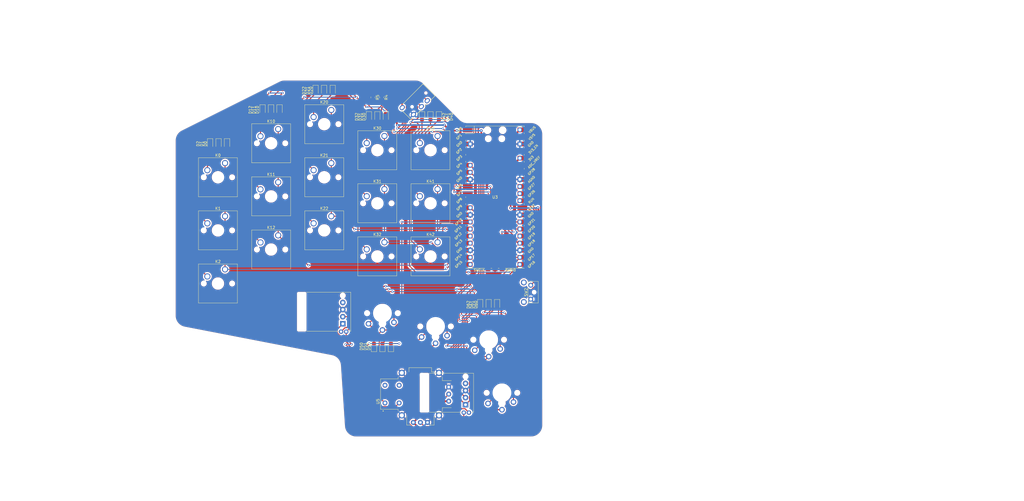
<source format=kicad_pcb>
(kicad_pcb (version 20221018) (generator pcbnew)
  (layers (0 "F.Cu" signal) (31 "B.Cu" signal) (34 "B.Paste" user) (35 "F.Paste" user) (36 "B.SilkS" user "B.Silkscreen") (37 "F.SilkS" user "F.Silkscreen") (38 "B.Mask" user) (39 "F.Mask" user) (44 "Edge.Cuts" user))
  (net 0 "")
  (net 1 "Row0")
  (net 2 "Row1")
  (net 3 "Row2")
  (net 4 "Col0")
  (net 5 "Col1")
  (net 6 "Net-(D0-A)")
  (net 7 "Net-(D1-A)")
  (net 8 "Net-(D60-A)")
  (net 9 "Net-(D2-A)")
  (net 10 "SDA")
  (net 11 "VCC")
  (net 12 "SCL")
  (net 13 "Col2")
  (net 14 "GND")
  (net 15 "Col5")
  (net 16 "Col4")
  (net 17 "Col3")
  (net 18 "Net-(D61-A)")
  (net 19 "Net-(D10-A)")
  (net 20 "Net-(D11-A)")
  (net 21 "Net-(D12-A)")
  (net 22 "Net-(D20-A)")
  (net 23 "Net-(D21-A)")
  (net 24 "Net-(D22-A)")
  (net 25 "Net-(D30-A)")
  (net 26 "Net-(D31-A)")
  (net 27 "Net-(D32-A)")
  (net 28 "Net-(D40-A)")
  (net 29 "Net-(D41-A)")
  (net 30 "Net-(D42-A)")
  (net 31 "Net-(D50-A)")
  (net 32 "Net-(D51-A)")
  (net 33 "KJoyButO")
  (net 34 "Col6")
  (net 35 "KRotA")
  (net 36 "KRotB")
  (net 37 "KRotButO")
  (net 47 "Net-(U3-RUN)")
  (net 48 "Axis1")
  (net 49 "Axis2")
  (net 53 "+3.3V")
  (footprint "Button_Switch_Keyboard:SW_Cherry_MX_1.00u_PCB" (layer "F.Cu") (at 124.818473 71.295314)
    (fp_text reference "K41")
    (fp_text value "K41")
  )
  (footprint "Diode_SMD:D_0805_2012Metric_Pad1.15x1.40mm_HandSolder" (layer "F.Cu") (at 81.099151 35.93105 -90)
    (fp_text reference "D22")
    (fp_text value "D22")
  )
  (footprint "PS5:XDCR_COM-09032" (layer "F.Cu") (at 118.663055 144.797659 90)
    (fp_text reference "U5")
    (fp_text value "COM-09032")
  )
  (footprint "Diode_SMD:D_0805_2012Metric_Pad1.15x1.40mm_HandSolder" (layer "F.Cu") (at 103.216651 45.346959 -90)
    (fp_text reference "D31")
    (fp_text value "D31")
  )
  (footprint "misc:Low-Profile-Choc-MX" (layer "F.Cu") (at 124.097851 120.52816)
    (fp_text reference "K51")
    (fp_text value "K51" hide)
  )
  (footprint "misc:RPi_Pico_SMD_TH_reduced" (layer "F.Cu") (at 145.431331 74.166054)
    (fp_text reference "U3")
    (fp_text value "Pico")
  )
  (footprint "misc:EVQWGD001" (layer "F.Cu") (at 84.710474 112.557359 180)
    (fp_text reference "RSW1B1" hide)
    (fp_text value "Rotary_Encoder_Switch")
    (fp_line (start 6.9 -9.275) (end 6.9 3.875) (stroke (width 0.05)) (layer "Edge.Cuts"))
    (fp_line (start 7.425 4.4) (end 9.775 4.4) (stroke (width 0.05)) (layer "Edge.Cuts"))
    (fp_line (start 9.775 -9.8) (end 7.425 -9.8) (stroke (width 0.05)) (layer "Edge.Cuts"))
    (fp_line (start 10.3 3.875) (end 10.3 -9.275) (stroke (width 0.05)) (layer "Edge.Cuts"))
    (fp_arc (start 6.9 -9.275) (mid 7.053769 -9.646231) (end 7.425 -9.8) (stroke (width 0.05)) (layer "Edge.Cuts"))
    (fp_arc (start 7.425 4.4) (mid 7.053769 4.246231) (end 6.9 3.875) (stroke (width 0.05)) (layer "Edge.Cuts"))
    (fp_arc (start 9.775 -9.8) (mid 10.146231 -9.646231) (end 10.3 -9.275) (stroke (width 0.05)) (layer "Edge.Cuts"))
    (fp_arc (start 10.3 3.875) (mid 10.146231 4.246231) (end 9.775 4.4) (stroke (width 0.05)) (layer "Edge.Cuts"))
  )
  (footprint "Diode_SMD:D_0805_2012Metric_Pad1.15x1.40mm_HandSolder" (layer "F.Cu") (at 106.256656 45.346959 -90)
    (fp_text reference "D30")
    (fp_text value "D30")
  )
  (footprint "misc:EVQWGD001" (layer "F.Cu") (at 128.716474 141.589458 180)
    (fp_text reference "RSW1A1" hide)
    (fp_text value "Rotary_Encoder_Switch")
    (fp_line (start 6.9 -9.275) (end 6.9 3.875) (stroke (width 0.05)) (layer "Edge.Cuts"))
    (fp_line (start 7.425 4.4) (end 9.775 4.4) (stroke (width 0.05)) (layer "Edge.Cuts"))
    (fp_line (start 9.775 -9.8) (end 7.425 -9.8) (stroke (width 0.05)) (layer "Edge.Cuts"))
    (fp_line (start 10.3 3.875) (end 10.3 -9.275) (stroke (width 0.05)) (layer "Edge.Cuts"))
    (fp_arc (start 6.9 -9.275) (mid 7.053769 -9.646231) (end 7.425 -9.8) (stroke (width 0.05)) (layer "Edge.Cuts"))
    (fp_arc (start 7.425 4.4) (mid 7.053769 4.246231) (end 6.9 3.875) (stroke (width 0.05)) (layer "Edge.Cuts"))
    (fp_arc (start 9.775 -9.8) (mid 10.146231 -9.646231) (end 10.3 -9.275) (stroke (width 0.05)) (layer "Edge.Cuts"))
    (fp_arc (start 10.3 3.875) (mid 10.146231 4.246231) (end 9.775 4.4) (stroke (width 0.05)) (layer "Edge.Cuts"))
  )
  (footprint "Diode_SMD:D_0805_2012Metric_Pad1.15x1.40mm_HandSolder" (layer "F.Cu") (at 65.111658 42.861957 -90)
    (fp_text reference "D11")
    (fp_text value "D11")
  )
  (footprint "Diode_SMD:D_0805_2012Metric_Pad1.15x1.40mm_HandSolder" (layer "F.Cu") (at 68.151652 42.861956 -90)
    (fp_text reference "D10")
    (fp_text value "D10")
  )
  (footprint "Button_Switch_Keyboard:SW_Cherry_MX_1.00u_PCB" (layer "F.Cu") (at 48.608476 81.010815)
    (fp_text reference "K1")
    (fp_text value "K01")
  )
  (footprint "Button_Switch_Keyboard:SW_Cherry_MX_1.00u_PCB" (layer "F.Cu") (at 67.660974 87.868811)
    (fp_text reference "K12")
    (fp_text value "K12")
  )
  (footprint "Diode_SMD:D_0805_2012Metric_Pad1.15x1.40mm_HandSolder" (layer "F.Cu") (at 140.107848 112.728459 -90)
    (fp_text reference "D62")
    (fp_text value "D62")
  )
  (footprint "Button_Switch_Keyboard:SW_Cherry_MX_1.00u_PCB" (layer "F.Cu") (at 48.608472 61.960812)
    (fp_text reference "K0")
    (fp_text value "K00")
  )
  (footprint "Button_Switch_Keyboard:SW_Cherry_MX_1.00u_PCB" (layer "F.Cu") (at 124.818476 52.245315)
    (fp_text reference "K40")
    (fp_text value "K40")
  )
  (footprint "Digi:TRRS-PJ-320A-no-Fmask" (layer "F.Cu") (at 121.76081 35.685212 -45)
    (fp_text reference "U2")
    (fp_text value "TRRS")
  )
  (footprint "Diode_SMD:D_0805_2012Metric_Pad1.15x1.40mm_HandSolder" (layer "F.Cu") (at 143.147852 112.728458 -90)
    (fp_text reference "D61")
    (fp_text value "D61")
  )
  (footprint "Diode_SMD:D_0805_2012Metric_Pad1.15x1.40mm_HandSolder" (layer "F.Cu") (at 87.229156 35.93105 -90)
    (fp_text reference "D20")
    (fp_text value "D20")
  )
  (footprint "Diode_SMD:D_0805_2012Metric_Pad1.15x1.40mm_HandSolder" (layer "F.Cu") (at 108.087849 127.699458 90)
    (fp_text reference "D52")
    (fp_text value "D52")
  )
  (footprint "Button_Switch_Keyboard:SW_Cherry_MX_1.00u_PCB" (layer "F.Cu") (at 105.765975 52.245315)
    (fp_text reference "K30")
    (fp_text value "K30")
  )
  (footprint "misc:Low-Profile-Choc-MX" (layer "F.Cu") (at 105.047851 115.765659)
    (fp_text reference "K50")
    (fp_text value "K50" hide)
  )
  (footprint "Diode_SMD:D_0805_2012Metric_Pad1.15x1.40mm_HandSolder" (layer "F.Cu") (at 49.337248 55.033334 -90)
    (fp_text reference "D0")
    (fp_text value "D00")
  )
  (footprint "Diode_SMD:D_0805_2012Metric_Pad1.15x1.40mm_HandSolder" (layer "F.Cu") (at 125.309154 45.346957 -90)
    (fp_text reference "D40")
    (fp_text value "D40")
  )
  (footprint "Diode_SMD:D_0805_2012Metric_Pad1.15x1.40mm_HandSolder" (layer "F.Cu") (at 84.139155 35.931049 -90)
    (fp_text reference "D21")
    (fp_text value "D21")
  )
  (footprint "Diode_SMD:D_0805_2012Metric_Pad1.15x1.40mm_HandSolder" (layer "F.Cu") (at 46.297251 55.033336 -90)
    (fp_text reference "D1")
    (fp_text value "D01")
  )
  (footprint "Digi:SW_Tactile_SPST_Angled_MJTP1117" (layer "F.Cu") (at 158.232933 105.758065 -90)
    (fp_text reference "SW2")
    (fp_text value "SW_Push_45deg")
  )
  (footprint "Resistor_SMD:R_0805_2012Metric_Pad1.20x1.40mm_HandSolder" (layer "F.Cu") (at 101.654974 38.405959 -90)
    (fp_text reference "R5")
    (fp_text value "5k")
  )
  (footprint "Button_Switch_Keyboard:SW_Cherry_MX_1.00u_PCB" (layer "F.Cu") (at 105.765972 71.295315)
    (fp_text reference "K31")
    (fp_text value "K31")
  )
  (footprint "Diode_SMD:D_0805_2012Metric_Pad1.15x1.40mm_HandSolder" (layer "F.Cu") (at 119.229155 45.346957 -90)
    (fp_text reference "D42")
    (fp_text value "D42")
  )
  (footprint "Diode_SMD:D_0805_2012Metric_Pad1.15x1.40mm_HandSolder" (layer "F.Cu") (at 102.007851 127.699458 90)
    (fp_text reference "D50")
    (fp_text value "D50")
  )
  (footprint "misc:Low-Profile-Choc-MX" (layer "F.Cu") (at 143.147852 125.29066)
    (fp_text reference "K60")
    (fp_text value "K50" hide)
  )
  (footprint "Button_Switch_Keyboard:SW_Cherry_MX_1.00u_PCB" (layer "F.Cu") (at 67.660974 49.768813)
    (fp_text reference "K10")
    (fp_text value "K10")
  )
  (footprint "Button_Switch_Keyboard:SW_Cherry_MX_1.00u_PCB" (layer "F.Cu") (at 124.818472 90.345314)
    (fp_text reference "K42")
    (fp_text value "K42")
  )
  (footprint "Button_Switch_Keyboard:SW_Cherry_MX_1.00u_PCB" (layer "F.Cu") (at 86.713474 61.96081)
    (fp_text reference "K21")
    (fp_text value "K21")
  )
  (footprint "Diode_SMD:D_0805_2012Metric_Pad1.15x1.40mm_HandSolder" (layer "F.Cu") (at 100.176656 45.346957 -90)
    (fp_text reference "D32")
    (fp_text value "D32")
  )
  (footprint "Button_Switch_Keyboard:SW_Cherry_MX_1.00u_PCB" (layer "F.Cu") (at 105.765969 90.345309)
    (fp_text reference "K32")
    (fp_text value "K32")
  )
  (footprint "Button_Switch_Keyboard:SW_Cherry_MX_1.00u_PCB" (layer "F.Cu") (at 48.608473 100.060812)
    (fp_text reference "K2")
    (fp_text value "K02")
  )
  (footprint "Button_Switch_Keyboard:SW_Cherry_MX_1.00u_PCB" (layer "F.Cu") (at 86.713474 81.010811)
    (fp_text reference "K22")
    (fp_text value "K22")
  )
  (footprint "Diode_SMD:D_0805_2012Metric_Pad1.15x1.40mm_HandSolder" (layer "F.Cu") (at 62.07165 42.861957 -90)
    (fp_text reference "D12")
    (fp_text value "D12")
  )
  (footprint "Resistor_SMD:R_0805_2012Metric_Pad1.20x1.40mm_HandSolder" (layer "F.Cu") (at 104.796973 38.405959 -90)
    (fp_text reference "R4")
    (fp_text value "5k")
  )
  (footprint "Button_Switch_Keyboard:SW_Cherry_MX_1.00u_PCB" (layer "F.Cu") (at 67.660973 68.818813)
    (fp_text reference "K11")
    (fp_text value "K11")
  )
  (footprint "Button_Switch_Keyboard:SW_Cherry_MX_1.00u_PCB" (layer "F.Cu") (at 86.71347 42.910811)
    (fp_text reference "K20")
    (fp_text value "K20")
  )
  (footprint "misc:Low-Profile-Choc-MX" (layer "F.Cu") (at 147.910349 144.340658)
    (fp_text reference "K61")
    (fp_text value "K51" hide)
  )
  (footprint "Diode_SMD:D_0805_2012Metric_Pad1.15x1.40mm_HandSolder" (layer "F.Cu") (at 146.187854 112.728461 -90)
    (fp_text reference "D60")
    (fp_text value "D60")
  )
  (footprint "Diode_SMD:D_0805_2012Metric_Pad1.15x1.40mm_HandSolder" (layer "F.Cu") (at 105.047849 127.699457 90)
    (fp_text reference "D51")
    (fp_text value "D51")
  )
  (footprint "Diode_SMD:D_0805_2012Metric_Pad1.15x1.40mm_HandSolder" (layer "F.Cu") (at 122.269157 45.346956 -90)
    (fp_text reference "D41")
    (fp_text value "D41")
  )
  (footprint "Diode_SMD:D_0805_2012Metric_Pad1.15x1.40mm_HandSolder" (layer "F.Cu") (at 43.257248 55.033335 -90)
    (fp_text reference "D2")
    (fp_text value "D02")
  )
  (gr_line (start 132.609899 46.419886) (end 119.713047 33.523029) (stroke (width 0.05)) (layer "Edge.Cuts"))
  (gr_line (start 90.171498 134.486819) (end 91.622548 156.252534) (stroke (width 0.05)) (layer "Edge.Cuts"))
  (gr_line (start 158.356477 47.591458) (end 135.438329 47.591459) (stroke (width 0.05)) (layer "Edge.Cuts"))
  (gr_arc (start 68.166893 32.773748) (mid 69.036734 32.458459) (end 69.955745 32.351456) (stroke (width 0.05)) (layer "Edge.Cuts"))
  (gr_arc (start 135.438329 47.591459) (mid 133.9076 47.286963) (end 132.609899 46.419886) (stroke (width 0.05)) (layer "Edge.Cuts"))
  (gr_line (start 30.911474 53.873593) (end 30.911475 116.681419) (stroke (width 0.05)) (layer "Edge.Cuts"))
  (gr_line (start 34.151388 120.608539) (end 86.94044 130.825777) (stroke (width 0.05)) (layer "Edge.Cuts"))
  (gr_arc (start 86.94044 130.825777) (mid 89.179385 132.106091) (end 90.171498 134.486819) (stroke (width 0.05)) (layer "Edge.Cuts"))
  (gr_line (start 95.613683 159.986459) (end 158.356473 159.98646) (stroke (width 0.05)) (layer "Edge.Cuts"))
  (gr_line (start 162.356472 155.986455) (end 162.356473 51.591457) (stroke (width 0.05)) (layer "Edge.Cuts"))
  (gr_arc (start 95.613683 159.986459) (mid 92.88097 158.907434) (end 91.622548 156.252534) (stroke (width 0.05)) (layer "Edge.Cuts"))
  (gr_arc (start 116.884618 32.351456) (mid 118.415341 32.655962) (end 119.713047 33.523029) (stroke (width 0.05)) (layer "Edge.Cuts"))
  (gr_line (start 116.884618 32.351456) (end 69.955745 32.351456) (stroke (width 0.05)) (layer "Edge.Cuts"))
  (gr_arc (start 162.356472 155.986455) (mid 161.184914 158.814901) (end 158.356473 159.98646) (stroke (width 0.05)) (layer "Edge.Cuts"))
  (gr_arc (start 30.911474 53.873593) (mid 31.508854 51.770659) (end 33.122617 50.295885) (stroke (width 0.05)) (layer "Edge.Cuts"))
  (gr_arc (start 158.356477 47.591458) (mid 161.184933 48.76302) (end 162.356473 51.591457) (stroke (width 0.05)) (layer "Edge.Cuts"))
  (gr_line (start 68.166893 32.773748) (end 33.122617 50.295885) (stroke (width 0.05)) (layer "Edge.Cuts"))
  (gr_arc (start 34.151388 120.608539) (mid 31.826003 119.226965) (end 30.911475 116.681419) (stroke (width 0.05)) (layer "Edge.Cuts"))
  (segment (start 92.33605 34.90605) (end 87.229156 34.90605) (width 0.35) (layer "F.Cu") (net 1))
  (segment (start 154.321331 98.296054) (end 151.547387 101.069998) (width 0.35) (layer "F.Cu") (net 1))
  (segment (start 106.975 49.981217) (end 106.975 51.297664) (width 0.35) (layer "F.Cu") (net 1))
  (segment (start 99.25 41.82) (end 92.33605 34.90605) (width 0.35) (layer "F.Cu") (net 1))
  (segment (start 115.142623 48.04116) (end 115.142623 47.36912) (width 0.35) (layer "F.Cu") (net 1))
  (segment (start 106.975 51.297664) (end 107.290975 51.613639) (width 0.35) (layer "F.Cu") (net 1))
  (segment (start 73.483044 41.836956) (end 77 38.32) (width 0.35) (layer "F.Cu") (net 1))
  (segment (start 106.256656 43.690439) (end 105.955676 43.389459) (width 0.35) (layer "F.Cu") (net 1))
  (segment (start 67.101651 42.886957) (end 61.335128 42.886957) (width 0.35) (layer "F.Cu") (net 1))
  (segment (start 107.2 47.165137) (end 107.2 49.756217) (width 0.35) (layer "F.Cu") (net 1))
  (segment (start 134.925 124.513334) (end 128.918334 130.52) (width 0.35) (layer "F.Cu") (net 1))
  (segment (start 47.75 52.421086) (end 49.337248 54.008334) (width 0.35) (layer "F.Cu") (net 1))
  (segment (start 118.25 49.82) (end 118.25 48.32) (width 0.35) (layer "F.Cu") (net 1))
  (segment (start 106.256656 44.321959) (end 106.256656 43.690439) (width 0.35) (layer "F.Cu") (net 1))
  (segment (start 116.999593 101.069593) (end 114.723476 98.793476) (width 0.35) (layer "F.Cu") (net 1))
  (segment (start 61.335128 42.886957) (end 60.94665 43.275435) (width 0.35) (layer "F.Cu") (net 1))
  (segment (start 118.25 48.32) (end 117.29912 47.36912) (width 0.35) (layer "F.Cu") (net 1))
  (segment (start 128.918334 130.52) (end 103.803392 130.52) (width 0.35) (layer "F.Cu") (net 1))
  (segment (start 108.161217 52.845) (end 110.338783 52.845) (width 0.35) (layer "F.Cu") (net 1))
  (segment (start 154.321328 98.296052) (end 146.187852 106.429531) (width 0.35) (layer "F.Cu") (net 1))
  (segment (start 68.151652 41.836956) (end 67.101651 42.886957) (width 0.35) (layer "F.Cu") (net 1))
  (segment (start 107.381656 46.983481) (end 107.2 47.165137) (width 0.35) (layer "F.Cu") (net 1))
  (segment (start 146.187854 111.703461) (end 145.062854 112.828461) (width 0.35) (layer "F.Cu") (net 1))
  (segment (start 103.803392 130.52) (end 102.007849 128.724457) (width 0.35) (layer "F.Cu") (net 1))
  (segment (start 125.25 44.262803) (end 125.309154 44.321957) (width 0.35) (layer "F.Cu") (net 1))
  (segment (start 110.338783 52.845) (end 115.142623 48.04116) (width 0.35) (layer "F.Cu") (net 1))
  (segment (start 146.187852 106.429531) (end 146.187852 111.703459) (width 0.35) (layer "F.Cu") (net 1))
  (segment (start 107.290975 51.974758) (end 108.161217 52.845) (width 0.35) (layer "F.Cu") (net 1))
  (segment (start 106.256656 44.321959) (end 107.2 45.265303) (width 0.35) (layer "F.Cu") (net 1))
  (segment (start 126.251957 44.321957) (end 125.309154 44.321957) (width 0.35) (layer "F.Cu") (net 1))
  (segment (start 56.294565 43.275435) (end 47.75 51.82) (width 0.35) (layer "F.Cu") (net 1))
  (segment (start 134.925 118.258783) (end 134.925 124.513334) (width 0.35) (layer "F.Cu") (net 1))
  (segment (start 128.25 46.32) (end 126.251957 44.321957) (width 0.35) (layer "F.Cu") (net 1))
  (segment (start 151.547387 101.069998) (end 150.89 101.069998) (width 0.35) (layer "F.Cu") (net 1))
  (segment (start 114.723476 53.346524) (end 118.25 49.82) (width 0.35) (layer "F.Cu") (net 1))
  (segment (start 137.438783 115.745) (end 134.925 118.258783) (width 0.35) (layer "F.Cu") (net 1))
  (segment (start 117.29912 47.36912) (end 115.142623 47.36912) (width 0.35) (layer "F.Cu") (net 1))
  (segment (start 135.825 101.069593) (end 116.999593 101.069593) (width 0.35) (layer "F.Cu") (net 1))
  (segment (start 145.062854 114.423506) (end 142.49136 116.995) (width 0.35) (layer "F.Cu") (net 1))
  (segment (start 107.290975 51.613639) (end 107.290975 51.974758) (width 0.35) (layer "F.Cu") (net 1))
  (segment (start 114.723476 98.793476) (end 114.723476 53.346524) (width 0.35) (layer "F.Cu") (net 1))
  (segment (start 140.341727 116.995) (end 139.091727 115.745) (width 0.35) (layer "F.Cu") (net 1))
  (segment (start 145.062854 112.828461) (end 145.062854 114.423506) (width 0.35) (layer "F.Cu") (net 1))
  (segment (start 68.151652 41.836956) (end 73.483044 41.836956) (width 0.35) (layer "F.Cu") (net 1))
  (segment (start 47.75 51.82) (end 47.75 52.421086) (width 0.35) (layer "F.Cu") (net 1))
  (segment (start 107.2 45.578781) (end 107.381656 45.760437) (width 0.35) (layer "F.Cu") (net 1))
  (segment (start 142.49136 116.995) (end 140.341727 116.995) (width 0.35) (layer "F.Cu") (net 1))
  (segment (start 107.2 45.265303) (end 107.2 45.578781) (width 0.35) (layer "F.Cu") (net 1))
  (segment (start 60.94665 43.275435) (end 56.294565 43.275435) (width 0.35) (layer "F.Cu") (net 1))
  (segment (start 139.091727 115.745) (end 137.438783 115.745) (width 0.35) (layer "F.Cu") (net 1))
  (segment (start 107.381656 45.760437) (end 107.381656 46.983481) (width 0.35) (layer "F.Cu") (net 1))
  (segment (start 107.2 49.756217) (end 106.975 49.981217) (width 0.35) (layer "F.Cu") (net 1))
  (via (at 95.75 38.32) (size 0.8) (drill 0.4) (layers "F.Cu" "B.Cu") (net 1))
  (via (at 99.25 41.82) (size 0.8) (drill 0.4) (layers "F.Cu" "B.Cu") (net 1))
  (via (at 150.89 101.069998) (size 0.8) (drill 0.4) (layers "F.Cu" "B.Cu") (net 1))
  (via (at 115.142623 47.36912) (size 0.8) (drill 0.4) (layers "F.Cu" "B.Cu") (net 1))
  (via (at 128.25 46.32) (size 0.8) (drill 0.4) (layers "F.Cu" "B.Cu") (net 1))
  (via (at 135.825 101.069593) (size 0.8) (drill 0.4) (layers "F.Cu" "B.Cu") (net 1))
  (via (at 77 38.32) (size 0.8) (drill 0.4) (layers "F.Cu" "B.Cu") (net 1))
  (via (at 105.955676 43.389459) (size 0.8) (drill 0.4) (layers "F.Cu" "B.Cu") (net 1))
  (segment (start 150.889998 101.07) (end 150.89 101.069998) (width 0.35) (layer "B.Cu") (net 1))
  (segment (start 135.825407 101.07) (end 150.889998 101.07) (width 0.35) (layer "B.Cu") (net 1))
  (segment (start 116.191743 46.32) (end 115.142623 47.36912) (width 0.35) (layer "B.Cu") (net 1))
  (segment (start 99.25 41.82) (end 104.386217 41.82) (width 0.35) (layer "B.Cu") (net 1))
  (segment (start 77 38.32) (end 95.75 38.32) (width 0.35) (layer "B.Cu") (net 1))
  (segment (start 104.386217 41.82) (end 105.955676 43.389459) (width 0.35) (layer "B.Cu") (net 1))
  (segment (start 128.25 46.32) (end 116.191743 46.32) (width 0.35) (layer "B.Cu") (net 1))
  (segment (start 45.297252 55.008335) (end 46.297251 54.008336) (width 0.35) (layer "F.Cu") (net 2))
  (segment (start 64.5 36.82) (end 66 35.32) (width 0.35) (layer "F.Cu") (net 2))
  (segment (start 83.139156 33.90605) (end 84.139155 34.906049) (width 0.35) (layer "F.Cu") (net 2))
  (segment (start 60.75 40.57) (end 57.150537 40.57) (width 0.35) (layer "F.Cu") (net 2))
  (segment (start 121.269158 43.321957) (end 122.269157 44.321956) (width 0.35) (layer "F.Cu") (net 2))
  (segment (start 134.325 118.010255) (end 137.190255 115.145) (width 0.35) (layer "F.Cu") (net 2))
  (segment (start 147.916636 91.276636) (end 152.396054 95.756054) (width 0.35) (layer "F.Cu") (net 2))
  (segment (start 44.712202 53.008335) (end 42.520726 53.008335) (width 0.35) (layer "F.Cu") (net 2))
  (segment (start 80.362629 33.90605) (end 83.139156 33.90605) (width 0.35) (layer "F.Cu") (net 2))
  (segment (start 85.139154 33.90605) (end 92.800742 33.90605) (width 0.35) (layer "F.Cu") (net 2))
  (segment (start 106.243394 129.92) (end 128.669806 129.92) (width 0.35) (layer "F.Cu") (net 2))
  (segment (start 65.111658 41.836957) (end 65.111658 40.958342) (width 0.35) (layer "F.Cu") (net 2))
  (segment (start 152.396054 95.756054) (end 154.321331 95.756054) (width 0.35) (layer "F.Cu") (net 2))
  (segment (start 144.406472 112.962081) (end 143.147849 111.70346) (width 0.35) (layer "F.Cu") (net 2))
  (segment (start 152 86.653364) (end 141.39 76.043364) (width 0.35) (layer "F.Cu") (net 2))
  (segment (start 108.4 50.253273) (end 108.175 50.478273) (width 0.35) (layer "F.Cu") (net 2))
  (segment (start 104.804745 41.25) (end 105.831472 41.25) (width 0.35) (layer "F.Cu") (net 2))
  (segment (start 103.216651 44.321959) (end 103.216651 42.838094) (width 0.35) (layer "F.Cu") (net 2))
  (segment (start 108.4 47.662193) (end 108.4 50.253273) (width 0.35) (layer "F.Cu") (net 2))
  (segment (start 138.064859 48.161054) (end 131.424418 48.161054) (width 0.35) (layer "F.Cu") (net 2))
  (segment (start 117.636673 42.706673) (end 118.251957 43.321957) (width 0.35) (layer "F.Cu") (net 2))
  (segment (start 108.175 50.800608) (end 108.490975 51.116583) (width 0.35) (layer "F.Cu") (net 2))
  (segment (start 139.590255 115.145) (end 140.840255 116.395) (width 0.35) (layer "F.Cu") (net 2))
  (segment (start 42.132248 54.619857) (end 42.520726 55.008335) (width 0.35) (layer "F.Cu") (net 2))
  (segment (start 42.520726 53.008335) (end 42.132248 53.396813) (width 0.35) (layer "F.Cu") (net 2))
  (segment (start 118.251957 43.321957) (end 121.269158 43.321957) (width 0.35) (layer "F.Cu") (net 2))
  (segment (start 57.150537 40.57) (end 44.712202 53.008335) (width 0.35) (layer "F.Cu") (net 2))
  (segment (start 66 35.32) (end 78.948679 35.32) (width 0.35) (layer "F.Cu") (net 2))
  (segment (start 140.840255 116.395) (end 142.242828 116.395) (width 0.35) (layer "F.Cu") (net 2))
  (segment (start 116.27133 40.34133) (end 117.636673 41.706673) (width 0.35) (layer "F.Cu") (net 2))
  (segment (start 109.841727 51.645) (end 112.82 48.666727) (width 0.35) (layer "F.Cu") (net 2))
  (segment (start 138.5 48.596195) (end 138.064859 48.161054) (width 0.35) (layer "F.Cu") (net 2))
  (segment (start 103.216651 42.838094) (end 104.804745 41.25) (width 0.35) (layer "F.Cu") (net 2))
  (segment (start 108.490975 51.116583) (end 108.490975 51.477702) (width 0.35) (layer "F.Cu") (net 2))
  (segment (start 141.39 76.043364) (end 141.39 56.235305) (width 0.35) (layer "F.Cu") (net 2))
  (segment (start 108.175 50.478273) (end 108.175 50.800608) (width 0.35) (layer "F.Cu") (net 2))
  (segment (start 108.581656 45.263381) (end 108.581656 47.480537) (width 0.35) (layer "F.Cu") (net 2))
  (segment (start 134.325 124.264806) (end 134.325 118.010255) (width 0.35) (layer "F.Cu") (net 2))
  (segment (start 125.508364 42.245) (end 124.346113 42.245) (width 0.35) (layer "F.Cu") (net 2))
  (segment (start 114.208245 41.222523) (end 115.089438 40.34133) (width 0.35) (layer "F.Cu") (net 2))
  (segment (start 154.321331 95.918669) (end 143.147852 107.092148) (width 0.35) (layer "F.Cu") (net 2))
  (segment (start 131.424418 48.161054) (end 125.508364 42.245) (width 0.35) (layer "F.Cu") (net 2))
  (segment (start 141.39 56.235305) (end 138.5 53.345305) (width 0.35) (layer "F.Cu") (net 2))
  (segment (start 108.4 43.818528) (end 108.4 45.081725) (width 0.35) (layer "F.Cu") (net 2))
  (segment (start 138.5 53.345305) (end 138.5 48.596195) (width 0.35) (layer "F.Cu") (net 2))
  (segment (start 142.242828 116.395) (end 144.406472 114.231356) (width 0.35) (layer "F.Cu") (net 2))
  (segment (start 117.636673 41.706673) (end 117.636673 42.706673) (width 0.35) (layer "F.Cu") (net 2))
  (segment (start 78.948679 35.32) (end 80.362629 33.90605) (width 0.35) (layer "F.Cu") (net 2))
  (segment (start 143.147852 107.092148) (end 143.147852 111.703458) (width 0.35) (layer "F.Cu") (net 2))
  (segment (start 147.916636 86.653364) (end 147.916636 91.276636) (width 0.35) (layer "F.Cu") (net 2))
  (segment (start 108.658273 51.645) (end 109.841727 51.645) (width 0.35) (layer "F.Cu") (net 2))
  (segment (start 112.82 48.666727) (end 112.82 47.241472) (width 0.35) (layer "F.Cu") (net 2))
  (segment (start 154.321331 95.756054) (end 154.321331 95.918669) (width 0.35) (layer "F.Cu") (net 2))
  (segment (start 42.520726 55.008335) (end 45.297252 55.008335) (width 0.35) (layer "F.Cu") (net 2))
  (segment (start 108.581656 47.480537) (end 108.4 47.662193) (width 0.35) (layer "F.Cu") (net 2))
  (segment (start 84.139155 34.906049) (end 85.139154 33.90605) (width 0.35) (layer "F.Cu") (net 2))
  (segment (start 64.5 36.82) (end 60.75 40.57) (width 0.35) (layer "F.Cu") (net 2))
  (segment (start 124.346113 42.245) (end 122.269157 44.321956) (width 0.35) (layer "F.Cu") (net 2))
  (segment (start 128.669806 129.92) (end 134.325 124.264806) (width 0.35) (layer "F.Cu") (net 2))
  (segment (start 92.800742 33.90605) (end 103.216651 44.321959) (width 0.35) (layer "F.Cu") (net 2))
  (segment (start 144.406472 114.231356) (end 144.406472 112.962081) (width 0.35) (layer "F.Cu") (net 2))
  (segment (start 105.047851 128.724457) (end 106.243394 129.92) (width 0.35) (layer "F.Cu") (net 2))
  (segment (start 108.4 45.081725) (end 108.581656 45.263381) (width 0.35) (layer "F.Cu") (net 2))
  (segment (start 137.190255 115.145) (end 139.590255 115.145) (width 0.35) (layer "F.Cu") (net 2))
  (segment (start 105.831472 41.25) (end 108.4 43.818528) (width 0.35) (layer "F.Cu") (net 2))
  (segment (start 115.089438 40.34133) (end 116.27133 40.34133) (width 0.35) (layer "F.Cu") (net 2))
  (segment (start 112.82 47.241472) (end 114.208245 45.853227) (width 0.35) (layer "F.Cu") (net 2))
  (segment (start 42.132248 53.396813) (end 42.132248 54.619857) (width 0.35) (layer "F.Cu") (net 2))
  (segment (start 114.208245 45.853227) (end 114.208245 41.222523) (width 0.35) (layer "F.Cu") (net 2))
  (segment (start 65.111658 40.958342) (end 69.25 36.82) (width 0.35) (layer "F.Cu") (net 2))
  (segment (start 108.490975 51.477702) (end 108.658273 51.645) (width 0.35) (layer "F.Cu") (net 2))
  (via (at 64.5 36.82) (size 0.8) (drill 0.4) (layers "F.Cu" "B.Cu") (net 2))
  (via (at 152 86.653364) (size 0.8) (drill 0.4) (layers "F.Cu" "B.Cu") (net 2))
  (via (at 147.916636 86.653364) (size 0.8) (drill 0.4) (layers "F.Cu" "B.Cu") (net 2))
  (via (at 69.25 36.82) (size 0.8) (drill 0.4) (layers "F.Cu" "B.Cu") (net 2))
  (segment (start 148 86.57) (end 147.916636 86.653364) (width 0.35) (layer "B.Cu") (net 2))
  (segment (start 69.25 36.82) (end 64.5 36.82) (width 0.35) (layer "B.Cu") (net 2))
  (segment (start 147.916636 86.653364) (end 152 86.653364) (width 0.35) (layer "B.Cu") (net 2))
  (segment (start 107.575 50.229745) (end 107.575 51.049136) (width 0.35) (layer "F.Cu") (net 3))
  (segment (start 100.176656 44.321957) (end 91.810749 35.95605) (width 0.35) (layer "F.Cu") (net 3))
  (segment (start 154.321331 90.676054) (end 154.321331 90.641331) (width 0.35) (layer "F.Cu") (net 3))
  (segment (start 107.890975 51.72623) (end 108.409745 52.245) (width 0.35) (layer "F.Cu") (net 3))
  (segment (start 110.090255 52.245) (end 113.42 48.915255) (width 0.35) (layer "F.Cu") (net 3))
  (segment (start 44.56073 54.008335) (end 43.257248 54.008335) (width 0.35) (layer "F.Cu") (net 3))
  (segment (start 154.321331 90.676054) (end 153.606054 90.676054) (width 0.35) (layer "F.Cu") (net 3))
  (segment (start 143.25 81.32) (end 140.79 78.86) (width 0.35) (layer "F.Cu") (net 3))
  (segment (start 120.229155 45.321957) (end 119.229155 44.321957) (width 0.35) (layer "F.Cu") (net 3))
  (segment (start 91.810749 35.95605) (end 82.149151 35.95605) (width 0.35) (layer "F.Cu") (net 3))
  (segment (start 82.149151 35.95605) (end 81.099151 34.90605) (width 0.35) (layer "F.Cu") (net 3))
  (segment (start 141.39 110.421307) (end 140.107848 111.703459) (width 0.35) (layer "F.Cu") (net 3))
  (segment (start 133.725 117.436727) (end 136.5 114.661727) (width 0.35) (layer "F.Cu") (net 3))
  (segment (start 136.5 114.661727) (end 136.5 108.403273) (width 0.35) (layer "F.Cu") (net 3))
  (segment (start 108.409745 52.245) (end 110.090255 52.245) (width 0.35) (layer "F.Cu") (net 3))
  (segment (start 136.5 108.403273) (end 137.658273 107.245) (width 0.35) (layer "F.Cu") (net 3))
  (segment (start 107.8 44.067056) (end 107.8 45.330253) (width 0.35) (layer "F.Cu") (net 3))
  (segment (start 140.79 78.86) (end 140.79 56.483833) (width 0.35) (layer "F.Cu") (net 3))
  (segment (start 137.816331 48.761054) (end 129.441054 48.761054) (width 0.35) (layer "F.Cu") (net 3))
  (segment (start 101.176658 45.321959) (end 103.998041 45.321959) (width 0.35) (layer "F.Cu") (net 3))
  (segment (start 128.421278 129.32) (end 133.725 124.016278) (width 0.35) (layer "F.Cu") (net 3))
  (segment (start 103.998041 45.321959) (end 104.72 44.6) (width 0.35) (layer "F.Cu") (net 3))
  (segment (start 129.441054 48.761054) (end 126.001957 45.321957) (width 0.35) (layer "F.Cu") (net 3))
  (segment (start 107.8 47.413665) (end 107.8 50.004745) (width 0.35) (layer "F.Cu") (net 3))
  (segment (start 62.07165 41.836957) (end 56.732108 41.836957) (width 0.35) (layer "F.Cu") (net 3))
  (segment (start 141.39 83.18) (end 141.39 110.421307) (width 0.35) (layer "F.Cu") (net 3))
  (segment (start 62.07165 41.836957) (end 67.988607 35.92) (width 0.35) (layer "F.Cu") (net 3))
  (segment (start 140.10785 109.011123) (end 140.10785 111.70346) (width 0.35) (layer "F.Cu") (net 3))
  (segment (start 105.053273 41.85) (end 105.582944 41.85) (width 0.35) (layer "F.Cu") (net 3))
  (segment (start 145.482638 81.32) (end 143.25 81.32) (width 0.35) (layer "F.Cu") (net 3))
  (segment (start 153.606054 90.676054) (end 153.046331 90.116331) (width 0.35) (layer "F.Cu") (net 3))
  (segment (start 107.8 45.330253) (end 107.981656 45.511909) (width 0.35) (layer "F.Cu") (net 3))
  (segment (start 105.582944 41.85) (end 107.8 44.067056) (width 0.35) (layer "F.Cu") (net 3))
  (segment (start 138.341727 107.245) (end 140.10785 109.011123) (width 0.35) (layer "F.Cu") (net 3))
  (segment (start 117.281112 46.27) (end 119.229155 44.321957) (width 0.35) (layer "F.Cu") (net 3))
  (segment (start 104.72 44.6) (end 104.72 42.183273) (width 0.35) (layer "F.Cu") (net 3))
  (segment (start 108.087847 128.724457) (end 108.68339 129.32) (width 0.35) (layer "F.Cu") (net 3))
  (segment (start 107.890975 51.365111) (end 107.890975 51.72623) (width 0.35) (layer "F.Cu") (net 3))
  (segment (start 56.732108 41.836957) (end 44.56073 54.008335) (width 0.35) (layer "F.Cu") (net 3))
  (segment (start 153.046331 90.116331) (end 153.046331 88.883693) (width 0.35) (layer "F.Cu") (net 3))
  (segment (start 107.575 51.049136) (end 107.890975 51.365111) (width 0.35) (layer "F.Cu") (net 3))
  (segment (start 114.64 46.27) (end 117.281112 46.27) (width 0.35) (layer "F.Cu") (net 3))
  (segment (start 67.988607 35.92) (end 80.085201 35.92) (width 0.35) (layer "F.Cu") (net 3))
  (segment (start 133.725 124.016278) (end 133.725 117.436727) (width 0.35) (layer "F.Cu") (net 3))
  (segment (start 126.001957 45.321957) (end 120.229155 45.321957) (width 0.35) (layer "F.Cu") (net 3))
  (segment (start 104.72 42.183273) (end 105.053273 41.85) (width 0.35) (layer "F.Cu") (net 3))
  (segment (start 153.046331 88.883693) (end 145.482638 81.32) (width 0.35) (layer "F.Cu") (net 3))
  (segment (start 107.8 50.004745) (end 107.575 50.229745) (width 0.35) (layer "F.Cu") (net 3))
  (segment (start 113.42 47.49) (end 114.64 46.27) (width 0.35) (layer "F.Cu") (net 3))
  (segment (start 108.68339 129.32) (end 128.421278 129.32) (width 0.35) (layer "F.Cu") (net 3))
  (segment (start 113.42 48.915255) (end 113.42 47.49) (width 0.35) (layer "F.Cu") (net 3))
  (segment (start 107.981656 45.511909) (end 107.981656 47.232009) (width 0.35) (layer "F.Cu") (net 3))
  (segment (start 107.981656 47.232009) (end 107.8 47.413665) (width 0.35) (layer "F.Cu") (net 3))
  (segment (start 137.658273 107.245) (end 138.341727 107.245) (width 0.35) (layer "F.Cu") (net 3))
  (segment (start 143.25 81.32) (end 141.39 83.18) (width 0.35) (layer "F.Cu") (net 3))
  (segment (start 140.79 56.483833) (end 137.816331 53.510164) (width 0.35) (layer "F.Cu") (net 3))
  (segment (start 100.176656 44.321957) (end 101.176658 45.321959) (width 0.35) (layer "F.Cu") (net 3))
  (segment (start 137.816331 53.510164) (end 137.816331 48.761054) (width 0.35) (layer "F.Cu") (net 3))
  (segment (start 80.085201 35.92) (end 81.099151 34.90605) (width 0.35) (layer "F.Cu") (net 3))
  (segment (start 48.608472 61.960812) (end 48.608472 81.010811) (width 0.35) (layer "F.Cu") (net 4))
  (segment (start 48.608476 100.060809) (end 48.608473 100.060812) (width 0.35) (layer "F.Cu") (net 4))
  (segment (start 48.608476 81.010815) (end 48.608476 100.060809) (width 0.35) (layer "F.Cu") (net 4))
  (segment (start 48.608472 81.010811) (end 48.608476 81.010815) (width 0.35) (layer "F.Cu") (net 4))
  (segment (start 129.523946 98.296054) (end 128 99.82) (width 0.35) (layer "F.Cu") (net 4))
  (segment (start 136.541331 98.296054) (end 129.523946 98.296054) (width 0.35) (layer "F.Cu") (net 4))
  (via (at 128 99.82) (size 0.8) (drill 0.4) (layers "F.Cu" "B.Cu") (net 4))
  (segment (start 128 99.82) (end 127.759188 100.060812) (width 0.35) (layer "B.Cu") (net 4))
  (segment (start 127.759188 100.060812) (end 48.608473 100.060812) (width 0.35) (layer "B.Cu") (net 4))
  (segment (start 136.541331 95.756054) (end 135.597071 96.700314) (width 0.35) (layer "F.Cu") (net 5))
  (segment (start 135.597071 96.700314) (end 129.869686 96.700314) (width 0.35) (layer "F.Cu") (net 5))
  (segment (start 67.660974 49.768813) (end 67.660973 68.818813) (width 0.35) (layer "F.Cu") (net 5))
  (segment (start 78.5 98.57) (end 78.362163 98.57) (width 0.35) (layer "F.Cu") (net 5))
  (segment (start 129.869686 96.700314) (end 128 98.57) (width 0.35) (layer "F.Cu") (net 5))
  (segment (start 67.660973 68.818813) (end 67.660974 87.868811) (width 0.35) (layer "F.Cu") (net 5))
  (segment (start 78.362163 98.57) (end 67.660974 87.868811) (width 0.35) (layer "F.Cu") (net 5))
  (via (at 78.5 98.57) (size 0.8) (drill 0.4) (layers "F.Cu" "B.Cu") (net 5))
  (via (at 128 98.57) (size 0.8) (drill 0.4) (layers "F.Cu" "B.Cu") (net 5))
  (segment (start 128 98.57) (end 78.5 98.57) (width 0.35) (layer "B.Cu") (net 5))
  (segment (start 42.258472 63.13711) (end 49.337248 56.058334) (width 0.35) (layer "F.Cu") (net 6))
  (segment (start 42.258472 64.500812) (end 42.258472 63.13711) (width 0.35) (layer "F.Cu") (net 6))
  (segment (start 42.258476 83.550815) (end 39.713472 81.005811) (width 0.35) (layer "F.Cu") (net 7))
  (segment (start 39.713472 64.705056) (end 46.297251 58.121277) (width 0.35) (layer "F.Cu") (net 7))
  (segment (start 46.297251 58.121277) (end 46.297251 56.058336) (width 0.35) (layer "F.Cu") (net 7))
  (segment (start 39.713472 81.005811) (end 39.713472 64.705056) (width 0.35) (layer "F.Cu") (net 7))
  (segment (start 146.697852 126.267852) (end 147.277852 126.847852) (width 0.35) (layer "F.Cu") (net 8))
  (segment (start 146.697852 123.57) (end 146.697852 126.267852) (width 0.35) (layer "F.Cu") (net 8))
  (segment (start 138.147852 129.09066) (end 139.597852 127.64066) (width 0.35) (layer "F.Cu") (net 8))
  (segment (start 141.07934 121.74066) (end 144.868512 121.74066) (width 0.35) (layer "F.Cu") (net 8))
  (segment (start 146.187854 113.753461) (end 146.697852 114.263459) (width 0.35) (layer "F.Cu") (net 8))
  (segment (start 147.277852 126.847852) (end 147.277852 128.59066) (width 0.35) (layer "F.Cu") (net 8))
  (segment (start 144.868512 121.74066) (end 146.697852 123.57) (width 0.35) (layer "F.Cu") (net 8))
  (segment (start 146.697852 114.263459) (end 146.697852 123.57) (width 0.35) (layer "F.Cu") (net 8))
  (segment (start 139.597852 127.64066) (end 139.597852 123.222148) (width 0.35) (layer "F.Cu") (net 8))
  (segment (start 139.597852 123.222148) (end 141.07934 121.74066) (width 0.35) (layer "F.Cu") (net 8))
  (segment (start 43.257248 60.312752) (end 39.113472 64.456528) (width 0.35) (layer "F.Cu") (net 9))
  (segment (start 39.113472 64.456528) (end 39.113472 99.455811) (width 0.35) (layer "F.Cu") (net 9))
  (segment (start 43.257248 56.058335) (end 43.257248 60.312752) (width 0.35) (layer "F.Cu") (net 9))
  (segment (start 39.113472 99.455811) (end 42.258473 102.600812) (width 0.35) (layer "F.Cu") (net 9))
  (segment (start 99.929974 36.140026) (end 100.289041 35.780959) (width 0.35) (layer "F.Cu") (net 10))
  (segment (start 117.331074 35.780959) (end 121.124414 39.574299) (width 0.35) (layer "F.Cu") (net 10))
  (segment (start 104.796973 39.405959) (end 103.771973 40.430959) (width 0.35) (layer "F.Cu") (net 10))
  (segment (start 154.321331 85.596054) (end 152.026054 85.596054) (width 0.35) (layer "F.Cu") (net 10))
  (segment (start 109.203815 43.112801) (end 109.203815 50.701248) (width 0.35) (layer "F.Cu") (net 10))
  (segment (start 103.771973 40.430959) (end 100.360959 40.430959) (width 0.35) (layer "F.Cu") (net 10))
  (segment (start 125.431085 50.701248) (end 130.75 56.020163) (width 0.35) (layer "F.Cu") (net 10))
  (segment (start 152.026054 85.596054) (end 143 76.57) (width 0.35) (layer "F.Cu") (net 10))
  (segment (start 130.75 72.32) (end 130.75 56.020163) (width 0.35) (layer "F.Cu") (net 10))
  (segment (start 100.289041 35.780959) (end 117.331074 35.780959) (width 0.35) (layer "F.Cu") (net 10))
  (segment (start 104.796973 39.405959) (end 105.496973 39.405959) (width 0.35) (layer "F.Cu") (net 10))
  (segment (start 99.929974 39.999974) (end 99.929974 36.140026) (width 0.35) (layer "F.Cu") (net 10))
  (segment (start 105.496973 39.405959) (end 109.203815 43.112801) (width 0.35) (layer "F.Cu") (net 10))
  (segment (start 123 50.701248) (end 125.431085 50.701248) (width 0.35) (layer "F.Cu") (net 10))
  (segment (start 100.360959 40.430959) (end 99.929974 39.999974) (width 0.35) (layer "F.Cu") (net 10))
  (segment (start 143 76.57) (end 143 72.32) (width 0.35) (layer "F.Cu") (net 10))
  (via (at 143 72.32) (size 0.8) (drill 0.4) (layers "F.Cu" "B.Cu") (net 10))
  (via (at 109.203815 50.701248) (size 0.8) (drill 0.4) (layers "F.Cu" "B.Cu") (net 10))
  (via (at 123 50.701248) (size 0.8) (drill 0.4) (layers "F.Cu" "B.Cu") (net 10))
  (via (at 130.75 72.32) (size 0.8) (drill 0.4) (layers "F.Cu" "B.Cu") (net 10))
  (segment (start 109.203815 50.701248) (end 122.868752 50.701248) (width 0.35) (layer "B.Cu") (net 10))
  (segment (start 122.868752 50.701248) (end 123 50.57) (width 0.35) (layer "B.Cu") (net 10))
  (segment (start 143 72.32) (end 130.75 72.32) (width 0.35) (layer "B.Cu") (net 10))
  (segment (start 104.796973 37.405959) (end 101.654974 37.405959) (width 0.6) (layer "F.Cu") (net 11))
  (segment (start 131.75 50.32) (end 129.25 50.32) (width 0.6) (layer "F.Cu") (net 11))
  (segment (start 150.75 54.82) (end 141 54.82) (width 0.6) (layer "F.Cu") (net 11))
  (segment (start 112.144158 42.049173) (end 112.144158 39.464158) (width 0.6) (layer "F.Cu") (net 11))
  (segment (start 110.225 48.143617) (end 110.425 48.343617) (width 0.6) (layer "F.Cu") (net 11))
  (segment (start 110.085959 37.405959) (end 110 37.405959) (width 0.6) (layer "F.Cu") (net 11))
  (segment (start 152 52.357385) (end 152 53.57) (width 0.6) (layer "F.Cu") (net 11))
  (segment (start 110 37.405959) (end 104.796973 37.405959) (width 0.6) (layer "F.Cu") (net 11))
  (segment (start 110 37.405959) (end 110 42.883681) (width 0.6) (layer "F.Cu") (net 11))
  (segment (start 152 53.57) (end 150.75 54.82) (width 0.6) (layer "F.Cu") (net 11))
  (segment (start 140.5 54.32) (end 140.5 50.32) (width 0.6) (layer "F.Cu") (net 11))
  (segment (start 129.25 50.32) (end 127.25 48.32) (width 0.6) (layer "F.Cu") (net 11))
  (segment (start 154.321331 50.036054) (end 152 52.357385) (width 0.6) (layer "F.Cu") (net 11))
  (segment (start 110 42.883681) (end 110.225 43.108682) (width 0.6) (layer "F.Cu") (net 11))
  (segment (start 141 54.82) (end 140.5 54.32) (width 0.6) (layer "F.Cu") (net 11))
  (segment (start 110.225 43.108682) (end 110.225 48.143617) (width 0.6) (layer "F.Cu") (net 11))
  (segment (start 112.144158 39.464158) (end 110.085959 37.405959) (width 0.6) (layer "F.Cu") (net 11))
  (via (at 127.25 48.32) (size 1) (drill 0.4) (layers "F.Cu" "B.Cu") (net 11))
  (via (at 110.425 48.343617) (size 1) (drill 0.4) (layers "F.Cu" "B.Cu") (net 11))
  (via (at 140.5 50.32) (size 1) (drill 0.4) (layers "F.Cu" "B.Cu") (net 11))
  (via (at 131.75 50.32) (size 1) (drill 0.4) (layers "F.Cu" "B.Cu") (net 11))
  (segment (start 127.25 48.32) (end 110.448617 48.32) (width 0.6) (layer "B.Cu") (net 11))
  (segment (start 140.5 50.32) (end 131.75 50.32) (width 0.6) (layer "B.Cu") (net 11))
  (segment (start 110.448617 48.32) (end 110.425 48.343617) (width 0.6) (layer "B.Cu") (net 11))
  (segment (start 113.608245 45.604699) (end 112.22 46.992944) (width 0.35) (layer "F.Cu") (net 12))
  (segment (start 113.608245 45.604699) (end 113.608245 36.489204) (width 0.35) (layer "F.Cu") (net 12))
  (segment (start 154.321331 83.056054) (end 150.486054 83.056054) (width 0.35) (layer "F.Cu") (net 12))
  (segment (start 150.486054 83.056054) (end 143.825 76.395) (width 0.35) (layer "F.Cu") (net 12))
  (segment (start 131.5 54.32) (end 131.5 70.245) (width 0.35) (layer "F.Cu") (net 12))
  (segment (start 113.688433 36.380959) (end 119.003094 41.69562) (width 0.35) (layer "F.Cu") (net 12))
  (segment (start 100.918452 36.380959) (end 113.5 36.380959) (width 0.35) (layer "F.Cu") (net 12))
  (segment (start 131.5 70.245) (end 131.575 70.32) (width 0.35) (layer "F.Cu") (net 12))
  (segment (start 101.654974 39.405959) (end 100.529974 38.280959) (width 0.35) (layer "F.Cu") (net 12))
  (segment (start 113.5 36.380959) (end 113.688433 36.380959) (width 0.35) (layer "F.Cu") (net 12))
  (segment (start 143.825 70.395) (end 143.75 70.32) (width 0.35) (layer "F.Cu") (net 12))
  (segment (start 110.54929 49.527475) (end 110.325 49.527475) (width 0.35) (layer "F.Cu") (net 12))
  (segment (start 112.22 47.856765) (end 110.54929 49.527475) (width 0.35) (layer "F.Cu") (net 12))
  (segment (start 143.825 76.395) (end 143.825 70.395) (width 0.35) (layer "F.Cu") (net 12))
  (segment (start 100.529974 38.280959) (end 100.529974 36.769437) (width 0.35) (layer "F.Cu") (net 12))
  (segment (start 100.529974 36.769437) (end 100.918452 36.380959) (width 0.35) (layer "F.Cu") (net 12))
  (segment (start 113.608245 36.489204) (end 113.5 36.380959) (width 0.35) (layer "F.Cu") (net 12))
  (segment (start 126.75 49.57) (end 131.5 54.32) (width 0.35) (layer "F.Cu") (net 12))
  (segment (start 112.22 46.992944) (end 112.22 47.856765) (width 0.35) (layer "F.Cu") (net 12))
  (via (at 126.75 49.57) (size 0.8) (drill 0.4) (layers "F.Cu" "B.Cu") (net 12))
  (via (at 143.75 70.32) (size 0.8) (drill 0.4) (layers "F.Cu" "B.Cu") (net 12))
  (via (at 131.575 70.32) (size 0.8) (drill 0.4) (layers "F.Cu" "B.Cu") (net 12))
  (via (at 110.325 49.527475) (size 0.8) (drill 0.4) (layers "F.Cu" "B.Cu") (net 12))
  (segment (start 126.75 49.57) (end 110.367525 49.57) (width 0.35) (layer "B.Cu") (net 12))
  (segment (start 143.75 70.32) (end 131.575 70.32) (width 0.35) (layer "B.Cu") (net 12))
  (segment (start 110.367525 49.57) (end 110.325 49.527475) (width 0.35) (layer "B.Cu") (net 12))
  (segment (start 131.127639 87.072361) (end 129.745278 85.69) (width 0.35) (layer "F.Cu") (net 13))
  (segment (start 86.713474 42.910815) (end 86.71347 42.910811) (width 0.35) (layer "F.Cu") (net 13))
  (segment (start 136.541331 90.676054) (end 134.731331 90.676054) (width 0.35) (layer "F.Cu") (net 13))
  (segment (start 134.731331 90.676054) (end 131.127639 87.072361) (width 0.35) (layer "F.Cu") (net 13))
  (segment (start 86.713474 61.96081) (end 86.713474 42.910815) (width 0.35) (layer "F.Cu") (net 13))
  (segment (start 90.320811 81.010811) (end 86.713474 81.010811) (width 0.35) (layer "F.Cu") (net 13))
  (segment (start 86.713474 81.010811) (end 86.713474 61.96081) (width 0.35) (layer "F.Cu") (net 13))
  (segment (start 94.98 85.67) (end 90.320811 81.010811) (width 0.35) (layer "F.Cu") (net 13))
  (segment (start 129.745278 85.69) (end 127.61 85.69) (width 0.35) (layer "F.Cu") (net 13))
  (via (at 94.98 85.67) (size 0.8) (drill 0.4) (layers "F.Cu" "B.Cu") (net 13))
  (via (at 127.61 85.69) (size 0.8) (drill 0.4) (layers "F.Cu" "B.Cu") (net 13))
  (segment (start 95 85.69) (end 94.98 85.67) (width 0.35) (layer "B.Cu") (net 13))
  (segment (start 127.61 85.69) (end 95 85.69) (width 0.35) (layer "B.Cu") (net 13))
  (segment (start 112 118.258765) (end 112 83.07) (width 0.35) (layer "F.Cu") (net 15))
  (segment (start 101.321329 127.674458) (end 103.53437 127.674458) (width 0.35) (layer "F.Cu") (net 15))
  (segment (start 95.87 137.879604) (end 95.87 133.125787) (width 0.35) (layer "F.Cu") (net 15))
  (segment (start 105.963055 147.972659) (end 95.87 137.879604) (width 0.35) (layer "F.Cu") (net 15))
  (segment (start 104.311327 127.674457) (end 123.001554 127.674457) (width 0.35) (layer "F.Cu") (net 15))
  (segment (start 103.53437 127.674458) (end 103.922849 127.285979) (width 0.35) (layer "F.Cu") (net 15))
  (segment (start 105.047851 121.815659) (end 108.443106 121.815659) (width 0.35) (layer "F.Cu") (net 15))
  (segment (start 103.922849 122.940661) (end 103.922849 127.285979) (width 0.35) (layer "F.Cu") (net 15))
  (segment (start 123.001554 127.674457) (end 124.097851 126.57816) (width 0.35) (layer "F.Cu") (net 15))
  (segment (start 103.922849 127.285979) (end 104.311327 127.674457) (width 0.35) (layer "F.Cu") (net 15))
  (segment (start 108.443106 121.815659) (end 112 118.258765) (width 0.35) (layer "F.Cu") (net 15))
  (segment (start 105.047851 121.815659) (end 103.922849 122.940661) (width 0.35) (layer "F.Cu") (net 15))
  (segment (start 95.87 133.125787) (end 101.321329 127.674458) (width 0.35) (layer "F.Cu") (net 15))
  (via (at 112 83.07) (size 0.8) (drill 0.4) (layers "F.Cu" "B.Cu") (net 15))
  (segment (start 112 83.07) (end 112.013946 83.056054) (width 0.35) (layer "B.Cu") (net 15))
  (segment (start 112.013946 83.056054) (end 136.541331 83.056054) (width 0.35) (layer "B.Cu") (net 15))
  (segment (start 124.818472 85.911528) (end 126.54 84.19) (width 0.35) (layer "F.Cu") (net 16))
  (segment (start 124.818472 90.345314) (end 124.818472 85.911528) (width 0.35) (layer "F.Cu") (net 16))
  (segment (start 130.14 84.19) (end 131.546054 85.596054) (width 0.35) (layer "F.Cu") (net 16))
  (segment (start 124.818473 71.295314) (end 124.818472 90.345314) (width 0.35) (layer "F.Cu") (net 16))
  (segment (start 124.818476 52.245315) (end 124.818476 71.295311) (width 0.35) (layer "F.Cu") (net 16))
  (segment (start 126.54 84.19) (end 130.14 84.19) (width 0.35) (layer "F.Cu") (net 16))
  (segment (start 124.818476 71.295311) (end 124.818473 71.295314) (width 0.35) (layer "F.Cu") (net 16))
  (segment (start 131.546054 85.596054) (end 136.541331 85.596054) (width 0.35) (layer "F.Cu") (net 16))
  (segment (start 126.675 85.295) (end 126.675 90.975) (width 0.35) (layer "F.Cu") (net 17))
  (segment (start 126.675 90.975) (end 125.54 92.11) (width 0.35) (layer "F.Cu") (net 17))
  (segment (start 133.237526 88.136054) (end 129.891472 84.79) (width 0.35) (layer "F.Cu") (net 17))
  (segment (start 129.891472 84.79) (end 127.18 84.79) (width 0.35) (layer "F.Cu") (net 17))
  (segment (start 105.765969 90.345309) (end 105.765969 71.295318) (width 0.35) (layer "F.Cu") (net 17))
  (segment (start 105.765975 71.295312) (end 105.765972 71.295315) (width 0.35) (layer "F.Cu") (net 17))
  (segment (start 105.765975 52.245315) (end 105.765975 71.295312) (width 0.35) (layer "F.Cu") (net 17))
  (segment (start 136.541331 88.136054) (end 133.237526 88.136054) (width 0.35) (layer "F.Cu") (net 17))
  (segment (start 125.54 92.11) (end 124.289998 92.11) (width 0.35) (layer "F.Cu") (net 17))
  (segment (start 127.18 84.79) (end 126.675 85.295) (width 0.35) (layer "F.Cu") (net 17))
  (segment (start 105.765969 71.295318) (end 105.765972 71.295315) (width 0.35) (layer "F.Cu") (net 17))
  (segment (start 124.289998 92.11) (end 122.499998 90.32) (width 0.35) (layer "F.Cu") (net 17))
  (via (at 122.499998 90.32) (size 0.8) (drill 0.4) (layers "F.Cu" "B.Cu") (net 17))
  (segment (start 105.765969 90.345309) (end 122.474689 90.345309) (width 0.35) (layer "B.Cu") (net 17))
  (segment (start 122.474689 90.345309) (end 122.499998 90.32) (width 0.35) (layer "B.Cu") (net 17))
  (segment (start 146.439891 140.790658) (end 144.285349 142.9452) (width 0.35) (layer "F.Cu") (net 18))
  (segment (start 149.380807 140.790658) (end 146.439891 140.790658) (width 0.35) (layer "F.Cu") (net 18))
  (segment (start 144.285349 146.765658) (end 142.910349 148.140658) (width 0.35) (layer "F.Cu") (net 18))
  (segment (start 152.040349 147.640658) (end 152.040349 143.4502) (width 0.35) (layer "F.Cu") (net 18))
  (segment (start 141.33131 115.57) (end 143.147852 113.753458) (width 0.35) (layer "F.Cu") (net 18))
  (segment (start 152.040349 118.860349) (end 148.75 115.57) (width 0.35) (layer "F.Cu") (net 18))
  (segment (start 144.285349 142.9452) (end 144.285349 146.765658) (width 0.35) (layer "F.Cu") (net 18))
  (segment (start 152.040349 147.640658) (end 152.040349 118.860349) (width 0.35) (layer "F.Cu") (net 18))
  (segment (start 152.040349 143.4502) (end 149.380807 140.790658) (width 0.35) (layer "F.Cu") (net 18))
  (segment (start 141.25 115.57) (end 141.33131 115.57) (width 0.35) (layer "F.Cu") (net 18))
  (via (at 148.75 115.57) (size 0.8) (drill 0.4) (layers "F.Cu" "B.Cu") (net 18))
  (via (at 141.25 115.57) (size 0.8) (drill 0.4) (layers "F.Cu" "B.Cu") (net 18))
  (segment (start 148.75 115.57) (end 141.25 115.57) (width 0.35) (layer "B.Cu") (net 18))
  (segment (start 61.310974 50.727634) (end 68.151652 43.886956) (width 0.35) (layer "F.Cu") (net 19))
  (segment (start 61.310974 52.308813) (end 61.310974 50.727634) (width 0.35) (layer "F.Cu") (net 19))
  (segment (start 61.310973 71.358813) (end 58.765974 68.813814) (width 0.35) (layer "F.Cu") (net 20))
  (segment (start 58.765974 52.152554) (end 65.111658 45.80687) (width 0.35) (layer "F.Cu") (net 20))
  (segment (start 65.111658 45.80687) (end 65.111658 43.886957) (width 0.35) (layer "F.Cu") (net 20))
  (segment (start 58.765974 68.813814) (end 58.765974 52.152554) (width 0.35) (layer "F.Cu") (net 20))
  (segment (start 61.310974 90.408811) (end 58.142831 87.240668) (width 0.35) (layer "F.Cu") (net 21))
  (segment (start 58.142831 87.240668) (end 58.142831 51.927169) (width 0.35) (layer "F.Cu") (net 21))
  (segment (start 62.07165 47.99835) (end 62.07165 43.886957) (width 0.35) (layer "F.Cu") (net 21))
  (segment (start 58.142831 51.927169) (end 62.07165 47.99835) (width 0.35) (layer "F.Cu") (net 21))
  (segment (start 80.36347 45.450811) (end 80.36347 43.821736) (width 0.35) (layer "F.Cu") (net 22))
  (segment (start 80.36347 43.821736) (end 87.229156 36.95605) (width 0.35) (layer "F.Cu") (net 22))
  (segment (start 77.81847 61.955806) (end 80.363474 64.50081) (width 0.35) (layer "F.Cu") (net 23))
  (segment (start 77.81847 43.276734) (end 77.81847 61.955806) (width 0.35) (layer "F.Cu") (net 23))
  (segment (start 84.139155 36.956049) (end 77.81847 43.276734) (width 0.35) (layer "F.Cu") (net 23))
  (segment (start 77.21847 80.405807) (end 80.363474 83.550811) (width 0.35) (layer "F.Cu") (net 24))
  (segment (start 81.099151 36.95605) (end 77.21847 40.836731) (width 0.35) (layer "F.Cu") (net 24))
  (segment (start 77.21847 40.836731) (end 77.21847 80.405807) (width 0.35) (layer "F.Cu") (net 24))
  (segment (start 99.415975 53.21264) (end 99.415975 54.785315) (width 0.35) (layer "F.Cu") (net 25))
  (segment (start 106.256656 46.371959) (end 99.415975 53.21264) (width 0.35) (layer "F.Cu") (net 25))
  (segment (start 96.870975 71.290318) (end 99.415972 73.835315) (width 0.35) (layer "F.Cu") (net 26))
  (segment (start 103.216651 48.451877) (end 96.870975 54.797553) (width 0.35) (layer "F.Cu") (net 26))
  (segment (start 96.870975 54.797553) (end 96.870975 71.290318) (width 0.35) (layer "F.Cu") (net 26))
  (segment (start 103.216651 46.371959) (end 103.216651 48.451877) (width 0.35) (layer "F.Cu") (net 26))
  (segment (start 100.176656 46.371957) (end 100.176656 50.643344) (width 0.35) (layer "F.Cu") (net 27))
  (segment (start 96.270975 54.549025) (end 96.270975 89.740315) (width 0.35) (layer "F.Cu") (net 27))
  (segment (start 100.176656 50.643344) (end 96.270975 54.549025) (width 0.35) (layer "F.Cu") (net 27))
  (segment (start 96.270975 89.740315) (end 99.415969 92.885309) (width 0.35) (layer "F.Cu") (net 27))
  (segment (start 118.468476 53.212635) (end 118.468476 54.785315) (width 0.35) (layer "F.Cu") (net 28))
  (segment (start 125.309154 46.371957) (end 118.468476 53.212635) (width 0.35) (layer "F.Cu") (net 28))
  (segment (start 122.269157 48.149371) (end 115.923476 54.495052) (width 0.35) (layer "F.Cu") (net 29))
  (segment (start 115.923476 71.290317) (end 118.468473 73.835314) (width 0.35) (layer "F.Cu") (net 29))
  (segment (start 122.269157 46.371956) (end 122.269157 48.149371) (width 0.35) (layer "F.Cu") (net 29))
  (segment (start 115.923476 54.495052) (end 115.923476 71.290317) (width 0.35) (layer "F.Cu") (net 29))
  (segment (start 119.229155 50.090845) (end 115.323476 53.996524) (width 0.35) (layer "F.Cu") (net 30))
  (segment (start 119.229155 46.371957) (end 119.229155 50.090845) (width 0.35) (layer "F.Cu") (net 30))
  (segment (start 115.323476 89.740318) (end 118.468472 92.885314) (width 0.35) (layer "F.Cu") (net 30))
  (segment (start 115.323476 53.996524) (end 115.323476 89.740318) (width 0.35) (layer "F.Cu") (net 30))
  (segment (start 101.497851 118.115659) (end 100.047851 119.565659) (width 0.35) (layer "F.Cu") (net 31))
  (segment (start 109.177851 114.875201) (end 106.518309 112.215659) (width 0.35) (layer "F.Cu") (net 31))
  (segment (start 102.00785 121.52566) (end 100.047851 119.565658) (width 0.35) (layer "F.Cu") (net 31))
  (segment (start 106.518309 112.215659) (end 103.577393 112.215659) (width 0.35) (layer "F.Cu") (net 31))
  (segment (start 102.007851 126.674458) (end 102.00785 121.52566) (width 0.35) (layer "F.Cu") (net 31))
  (segment (start 103.577393 112.215659) (end 101.497851 114.295201) (width 0.35) (layer "F.Cu") (net 31))
  (segment (start 109.177851 119.065659) (end 109.177851 114.875201) (width 0.35) (layer "F.Cu") (net 31))
  (segment (start 101.497851 114.295201) (end 101.497851 118.115659) (width 0.35) (layer "F.Cu") (net 31))
  (segment (start 122.627393 116.97816) (end 125.65816 116.97816) (width 0.35) (layer "F.Cu") (net 32))
  (segment (start 128.227851 119.547851) (end 128.227851 123.82816) (width 0.35) (layer "F.Cu") (net 32))
  (segment (start 106.152308 125.57) (end 117.856012 125.57) (width 0.35) (layer "F.Cu") (net 32))
  (segment (start 119.097851 124.32816) (end 120.547851 122.87816) (width 0.35) (layer "F.Cu") (net 32))
  (segment (start 117.856012 125.57) (end 119.097851 124.328161) (width 0.35) (layer "F.Cu") (net 32))
  (segment (start 105.04785 126.674458) (end 106.152308 125.57) (width 0.35) (layer "F.Cu") (net 32))
  (segment (start 120.547851 122.87816) (end 120.547851 119.057702) (width 0.35) (layer "F.Cu") (net 32))
  (segment (start 120.547851 119.057702) (end 122.627393 116.97816) (width 0.35) (layer "F.Cu") (net 32))
  (segment (start 125.65816 116.97816) (end 128.227851 119.547851) (width 0.35) (layer "F.Cu") (net 32))
  (segment (start 108.092307 126.67) (end 108.087849 126.674458) (width 0.35) (layer "F.Cu") (net 33))
  (segment (start 111.04 126.67) (end 108.092307 126.67) (width 0.35) (layer "F.Cu") (net 33))
  (segment (start 104.423715 149.286659) (end 95.27 140.132944) (width 0.35) (layer "F.Cu") (net 33))
  (segment (start 95.27 140.132944) (end 95.27 131.670004) (width 0.35) (layer "F.Cu") (net 33))
  (segment (start 111.043055 147.972659) (end 109.729055 149.286659) (width 0.35) (layer "F.Cu") (net 33))
  (segment (start 95.27 131.670004) (end 100.270004 126.67) (width 0.35) (layer "F.Cu") (net 33))
  (segment (start 109.729055 149.286659) (end 104.423715 149.286659) (width 0.35) (layer "F.Cu") (net 33))
  (via (at 111.04 126.67) (size 0.8) (drill 0.4) (layers "F.Cu" "B.Cu") (net 33))
  (via (at 100.270004 126.67) (size 0.8) (drill 0.4) (layers "F.Cu" "B.Cu") (net 33))
  (segment (start 111.04 126.67) (end 100.270004 126.67) (width 0.35) (layer "B.Cu") (net 33))
  (segment (start 133.415 107.655) (end 132 109.07) (width 0.35) (layer "F.Cu") (net 34))
  (segment (start 132 109.07) (end 132 123.57) (width 0.35) (layer "F.Cu") (net 34))
  (segment (start 131.8 107.18) (end 132.94 107.18) (width 0.35) (layer "F.Cu") (net 34))
  (segment (start 134.216474 152.916474) (end 134.216474 152.239458) (width 0.35) (layer "F.Cu") (net 34))
  (segment (start 147.910349 150.390658) (end 141.159342 150.390658) (width 0.35) (layer "F.Cu") (net 34))
  (segment (start 137.5 149.32) (end 138.570658 150.390658) (width 0.35) (layer "F.Cu") (net 34))
  (segment (start 93.42 119.701472) (end 93.42 119.128528) (width 0.35) (layer "F.Cu") (net 34))
  (segment (start 137.31 154.24) (end 135.54 154.24) (width 0.35) (layer "F.Cu") (net 34))
  (segment (start 139.59 101.48) (end 133.415 107.655) (width 0.35) (layer "F.Cu") (net 34))
  (segment (start 107.18 107.19) (end 107.19 107.18) (width 0.35) (layer "F.Cu") (net 34))
  (segment (start 90.210474 122.407359) (end 91.625474 120.992359) (width 0.35) (layer "F.Cu") (net 34))
  (segment (start 141.159342 150.390658) (end 137.31 154.24) (width 0.35) (layer "F.Cu") (net 34))
  (segment (start 139.59 81.024723) (end 139.59 101.48) (width 0.35) (layer "F.Cu") (net 34))
  (segment (start 132.94 107.18) (end 133.415 107.655) (width 0.35) (layer "F.Cu") (net 34))
  (segment (start 136.541331 77.976054) (end 139.59 81.024723) (width 0.35) (layer "F.Cu") (net 34))
  (segment (start 143.147852 131.34066) (end 138.27066 131.34066) (width 0.35) (layer "F.Cu") (net 34))
  (segment (start 105.358528 107.19) (end 107.18 107.19) (width 0.35) (layer "F.Cu") (net 34))
  (segment (start 132 123.57) (end 128 127.57) (width 0.35) (layer "F.Cu") (net 34))
  (segment (start 135.25 127.57) (end 135.25 128.32) (width 0.35) (layer "F.Cu") (net 34))
  (segment (start 135.25 128.32) (end 138.27066 131.34066) (width 0.35) (layer "F.Cu") (net 34))
  (segment (start 93.42 119.128528) (end 105.358528 107.19) (width 0.35) (layer "F.Cu") (net 34))
  (segment (start 92.129113 120.992359) (end 93.42 119.701472) (width 0.35) (layer "F.Cu") (net 34))
  (segment (start 143.147852 131.34066) (end 137.5 136.988512) (width 0.35) (layer "F.Cu") (net 34))
  (segment (start 138.570658 150.390658) (end 147.910349 150.390658) (width 0.35) (layer "F.Cu") (net 34))
  (segment (start 91.625474 120.992359) (end 92.129113 120.992359) (width 0.35) (layer "F.Cu") (net 34))
  (segment (start 135.54 154.24) (end 134.216474 152.916474) (width 0.35) (layer "F.Cu") (net 34))
  (segment (start 137.5 136.988512) (end 137.5 149.32) (width 0.35) (layer "F.Cu") (net 34))
  (via (at 107.19 107.18) (size 0.8) (drill 0.4) (layers "F.Cu" "B.Cu") (net 34))
  (via (at 135.25 127.57) (size 0.8) (drill 0.4) (layers "F.Cu" "B.Cu") (net 34))
  (via (at 128 127.57) (size 0.8) (drill 0.4) (layers "F.Cu" "B.Cu") (net 34))
  (via (at 131.8 107.18) (size 0.8) (drill 0.4) (layers "F.Cu" "B.Cu") (net 34))
  (segment (start 131.8 107.18) (end 107.19 107.18) (width 0.35) (layer "B.Cu") (net 34))
  (segment (start 128 127.57) (end 135.25 127.57) (width 0.35) (layer "B.Cu") (net 34))
  (segment (start 88.85 122.83) (end 88.85 121.552833) (width 0.35) (layer "F.Cu") (net 35))
  (segment (start 134.841474 148.599458) (end 136.266474 147.174458) (width 0.35) (layer "F.Cu") (net 35))
  (segment (start 140.79 79.708528) (end 140.79 103.264745) (width 0.35) (layer "F.Cu") (net 35))
  (segment (start 131.54 140.321089) (end 125.868911 134.65) (width 0.35) (layer "F.Cu") (net 35))
  (segment (start 125.868911 134.65) (end 120.128234 134.65) (width 0.35) (layer "F.Cu") (net 35))
  (segment (start 104.175187 149.886659) (end 94.59 140.301472) (width 0.35) (layer "F.Cu") (net 35))
  (segment (start 88.85 121.552833) (end 90.835474 119.567359) (width 0.35) (layer "F.Cu") (net 35))
  (segment (start 114.01 140.768234) (end 114.01 147.43) (width 0.35) (layer "F.Cu") (net 35))
  (segment (start 94.59 140.301472) (end 94.59 128.851474) (width 0.35) (layer "F.Cu") (net 35))
  (segment (start 120.128234 134.65) (end 114.01 140.768234) (width 0.35) (layer "F.Cu") (net 35))
  (segment (start 134.232056 128.152056) (end 134.232056 126.903334) (width 0.35) (layer "F.Cu") (net 35))
  (segment (start 134.841474 148.599458) (end 131.54 145.297984) (width 0.35) (layer "F.Cu") (net 35))
  (segment (start 94.59 128.851474) (end 92.93 127.191474) (width 0.35) (layer "F.Cu") (net 35))
  (segment (start 140.19 66.384723) (end 140.19 79.108528) (width 0.35) (layer "F.Cu") (net 35))
  (segment (start 138.75 122.38539) (end 138.75 116.57) (width 0.35) (layer "F.Cu") (net 35))
  (segment (start 136.266474 147.174458) (end 136.266474 130.186474) (width 0.35) (layer "F.Cu") (net 35))
  (segment (start 92.93 126.91) (end 88.85 122.83) (width 0.35) (layer "F.Cu") (net 35))
  (segment (start 136.541331 62.736054) (end 140.19 66.384723) (width 0.35) (layer "F.Cu") (net 35))
  (segment (start 133.425 110.629745) (end 133.425 116.57) (width 0.35) (layer "F.Cu") (net 35))
  (segment (start 114.01 147.43) (end 111.553341 149.886659) (width 0.35) (layer "F.Cu") (net 35))
  (segment (start 134.232056 126.903334) (end 138.75 122.38539) (width 0.35) (layer "F.Cu") (net 35))
  (segment (start 92.93 127.191474) (end 92.93 126.91) (width 0.35) (layer "F.Cu") (net 35))
  (segment (start 131.54 145.297984) (end 131.54 140.321089) (width 0.35) (layer "F.Cu") (net 35))
  (segment (start 136.266474 130.186474) (end 134.232056 128.152056) (width 0.35) (layer "F.Cu") (net 35))
  (segment (start 140.19 79.108528) (end 140.79 79.708528) (width 0.35) (layer "F.Cu") (net 35))
  (segment (start 111.553341 149.886659) (end 104.175187 149.886659) (width 0.35) (layer "F.Cu") (net 35))
  (segment (start 140.79 103.264745) (end 133.425 110.629745) (width 0.35) (layer "F.Cu") (net 35))
  (via (at 138.75 116.57) (size 0.8) (drill 0.4) (layers "F.Cu" "B.Cu") (net 35))
  (via (at 133.425 116.57) (size 0.8) (drill 0.4) (layers "F.Cu" "B.Cu") (net 35))
  (segment (start 138.75 116.57) (end 133.425 116.57) (width 0.35) (layer "B.Cu") (net 35))
  (segment (start 135.525 118.825511) (end 135.921592 118.428919) (width 0.35) (layer "F.Cu") (net 36))
  (segment (start 134.841474 146.059458) (end 132.14 143.357984) (width 0.35) (layer "F.Cu") (net 36))
  (segment (start 139.59 79.357056) (end 140.19 79.957056) (width 0.35) (layer "F.Cu") (net 36))
  (segment (start 105.59 106.11) (end 106.2 106.11) (width 0.35) (layer "F.Cu") (net 36))
  (segment (start 90.835474 117.027359) (end 94.672641 117.027359) (width 0.35) (layer "F.Cu") (net 36))
  (segment (start 132.6 109.318528) (end 132.6 118.203919) (width 0.35) (layer "F.Cu") (net 36))
  (segment (start 139.59 68.324723) (end 139.59 79.357056) (width 0.35) (layer "F.Cu") (net 36))
  (segment (start 136.541331 65.276054) (end 139.59 68.324723) (width 0.35) (layer "F.Cu") (net 36))
  (segment (start 140.19 79.957056) (end 140.19 101.728528) (width 0.35) (layer "F.Cu") (net 36))
  (segment (start 94.672641 117.027359) (end 105.59 106.11) (width 0.35) (layer "F.Cu") (net 36))
  (segment (start 135.525 124.761862) (end 135.525 118.825511) (width 0.35) (layer "F.Cu") (net 36))
  (segment (start 136.489264 105.429264) (end 132.6 109.318528) (width 0.35) (layer "F.Cu") (net 36))
  (segment (start 136.7 105.64) (end 136.489264 105.429264) (width 0.35) (layer "F.Cu") (net 36))
  (segment (start 132.14 143.357984) (end 132.14 128.146862) (width 0.35) (layer "F.Cu") (net 36))
  (segment (start 140.19 101.728528) (end 136.489264 105.429264) (width 0.35) (layer "F.Cu") (net 36))
  (segment (start 132.6 118.203919) (end 132.825 118.428919) (width 0.35) (layer "F.Cu") (net 36))
  (segment (start 136.7 106.12) (end 136.7 105.64) (width 0.35) (layer "F.Cu") (net 36))
  (segment (start 132.14 128.146862) (end 135.525 124.761862) (width 0.35) (layer "F.Cu") (net 36))
  (via (at 106.2 106.11) (size 0.8) (drill 0.4) (layers "F.Cu" "B.Cu") (net 36))
  (via (at 136.7 106.12) (size 0.8) (drill 0.4) (layers "F.Cu" "B.Cu") (net 36))
  (via (at 132.825 118.428919) (size 0.8) (drill 0.4) (layers "F.Cu" "B.Cu") (net 36))
  (via (at 135.921592 118.428919) (size 0.8) (drill 0.4) (layers "F.Cu" "B.Cu") (net 36))
  (segment (start 136.7 106.12) (end 106.21 106.12) (width 0.35) (layer "B.Cu") (net 36))
  (segment (start 135.921592 118.428919) (end 132.825 118.428919) (width 0.35) (layer "B.Cu") (net 36))
  (segment (start 106.21 106.12) (end 106.2 106.11) (width 0.35) (layer "B.Cu") (net 36))
  (segment (start 120.376762 135.25) (end 114.61 141.016762) (width 0.35) (layer "F.Cu") (net 37))
  (segment (start 111.598528 150.69) (end 104.13 150.69) (width 0.35) (layer "F.Cu") (net 37))
  (segment (start 130.94 140.569617) (end 125.620383 135.25) (width 0.35) (layer "F.Cu") (net 37))
  (segment (start 140.107848 113.753459) (end 138 111.645611) (width 0.35) (layer "F.Cu") (net 37))
  (segment (start 92.060474 122.407359) (end 95.169697 119.298136) (width 0.35) (layer "F.Cu") (net 37))
  (segment (start 114.61 147.678528) (end 111.598528 150.69) (width 0.35) (layer "F.Cu") (net 37))
  (segment (start 92.060474 122.407359) (end 92.060474 124.970478) (width 0.35) (layer "F.Cu") (net 37))
  (segment (start 95.169697 118.227359) (end 105.327056 108.07) (width 0.35) (layer "F.Cu") (net 37))
  (segment (start 114.61 141.016762) (end 114.61 147.678528) (width 0.35) (layer "F.Cu") (net 37))
  (segment (start 92.060474 124.970478) (end 94.05 126.960004) (width 0.35) (layer "F.Cu") (net 37))
  (segment (start 93.99 140.55) (end 93.99 129.136728) (width 0.35) (layer "F.Cu") (net 37))
  (segment (start 105.327056 108.07) (end 108.57 108.07) (width 0.35) (layer "F.Cu") (net 37))
  (segment (start 95.169697 119.298136) (end 95.169697 118.227359) (width 0.35) (layer "F.Cu") (net 37))
  (segment (start 138 111.645611) (end 138 108.07) (width 0.35) (layer "F.Cu") (net 37))
  (segment (start 104.13 150.69) (end 93.99 140.55) (width 0.35) (layer "F.Cu") (net 37))
  (segment (start 136.066474 151.439458) (end 134.651474 150.024458) (width 0.35) (layer "F.Cu") (net 37))
  (segment (start 133.416474 150.024458) (end 130.94 147.547984) (width 0.35) (layer "F.Cu") (net 37))
  (segment (start 93.99 129.136728) (end 91.821635 126.968363) (width 0.35) (layer "F.Cu") (net 37))
  (segment (start 134.651474 150.024458) (end 133.416474 150.024458) (width 0.35) (layer "F.Cu") (net 37))
  (segment (start 125.620383 135.25) (end 120.376762 135.25) (width 0.35) (layer "F.Cu") (net 37))
  (segment (start 130.94 147.547984) (end 130.94 140.569617) (width 0.35) (layer "F.Cu") (net 37))
  (via (at 138 108.07) (size 0.8) (drill 0.4) (layers "F.Cu" "B.Cu") (net 37))
  (via (at 94.05 126.960004) (size 0.8) (drill 0.4) (layers "F.Cu" "B.Cu") (net 37))
  (via (at 108.57 108.07) (size 0.8) (drill 0.4) (layers "F.Cu" "B.Cu") (net 37))
  (via (at 91.821635 126.968363) (size 0.8) (drill 0.4) (layers "F.Cu" "B.Cu") (net 37))
  (segment (start 138 108.07) (end 108.57 108.07) (width 0.35) (layer "B.Cu") (net 37))
  (segment (start 94.05 126.960004) (end 91.829994 126.960004) (width 0.35) (layer "B.Cu") (net 37))
  (segment (start 91.829994 126.960004) (end 91.821635 126.968363) (width 0.35) (layer "B.Cu") (net 37))
  (segment (start 159.63 104.360998) (end 159.63 78.934727) (width 0.35) (layer "F.Cu") (net 47))
  (segment (start 159.63 78.934727) (end 156.131327 75.436054) (width 0.35) (layer "F.Cu") (net 47))
  (segment (start 156.131327 75.436054) (end 154.321329 75.436055) (width 0.35) (layer "F.Cu") (net 47))
  (segment (start 158.232933 105.758065) (end 159.63 104.360998) (width 0.35) (layer "F.Cu") (net 47))
  (segment (start 118.663055 154.957659) (end 120.135396 156.43) (width 0.35) (layer "F.Cu") (net 48))
  (segment (start 158.417933 107.412067) (end 160.23 105.6) (width 0.35) (layer "F.Cu") (net 48))
  (segment (start 156.131331 72.896054) (end 154.321331 72.896054) (width 0.35) (layer "F.Cu") (net 48))
  (segment (start 160.23 78.686199) (end 159.26 77.716199) (width 0.35) (layer "F.Cu") (net 48))
  (segment (start 160.24 110.504701) (end 158.417933 108.682634) (width 0.35) (layer "F.Cu") (net 48))
  (segment (start 159.26 76.024723) (end 156.131331 72.896054) (width 0.35) (layer "F.Cu") (net 48))
  (segment (start 159.26 77.716199) (end 159.26 76.024723) (width 0.35) (layer "F.Cu") (net 48))
  (segment (start 120.135396 156.43) (end 149.439392 156.43) (width 0.35) (layer "F.Cu") (net 48))
  (segment (start 160.24 145.629392) (end 160.24 110.504701) (width 0.35) (layer "F.Cu") (net 48))
  (segment (start 158.417933 108.682634) (end 158.417933 107.412067) (width 0.35) (layer "F.Cu") (net 48))
  (segment (start 160.23 105.6) (end 160.23 78.686199) (width 0.35) (layer "F.Cu") (net 48))
  (segment (start 149.439392 156.43) (end 160.24 145.629392) (width 0.35) (layer "F.Cu") (net 48))
  (segment (start 161.69 77.530441) (end 161.717569 77.55801) (width 0.35) (layer "F.Cu") (net 49))
  (segment (start 117.187119 157.88) (end 114.43 155.122881) (width 0.35) (layer "F.Cu") (net 49))
  (segment (start 161.69 75.914723) (end 161.69 77.530441) (width 0.35) (layer "F.Cu") (net 49))
  (segment (start 161.69 146.230001) (end 150.04 157.88) (width 0.35) (layer "F.Cu") (net 49))
  (segment (start 161.717569 78.324306) (end 161.69 78.351875) (width 0.35) (layer "F.Cu") (net 49))
  (segment (start 114.43 155.122881) (end 114.43 154.51) (width 0.35) (layer "F.Cu") (net 49))
  (segment (start 114.43 154.51) (end 117.348361 151.591639) (width 0.35) (layer "F.Cu") (net 49))
  (segment (start 150.04 157.88) (end 117.187119 157.88) (width 0.35) (layer "F.Cu") (net 49))
  (segment (start 161.69 78.351875) (end 161.69 146.230001) (width 0.35) (layer "F.Cu") (net 49))
  (segment (start 156.131331 70.356054) (end 161.69 75.914723) (width 0.35) (layer "F.Cu") (net 49))
  (segment (start 117.348361 151.591639) (end 122.029075 151.591639) (width 0.35) (layer "F.Cu") (net 49))
  (segment (start 128.823055 145.381989) (end 128.823055 144.797659) (width 0.35) (layer "F.Cu") (net 49))
  (segment (start 122.029075 151.591639) (end 128.823055 144.797659) (width 0.35) (layer "F.Cu") (net 49))
  (segment (start 161.717569 77.55801) (end 161.717569 78.324306) (width 0.35) (layer "F.Cu") (net 49))
  (segment (start 154.321331 70.356054) (end 156.131331 70.356054) (width 0.35) (layer "F.Cu") (net 49))
  (segment (start 150.999998 63.517387) (end 150.999998 78.07) (width 0.6) (layer "F.Cu") (net 53))
  (segment (start 118.764075 152.316639) (end 122.58684 152.316639) (width 0.6) (layer "F.Cu") (net 53))
  (segment (start 154.321331 60.196054) (end 150.999998 63.517387) (width 0.6) (layer "F.Cu") (net 53))
  (segment (start 160.955 78.385895) (end 160.792569 78.223464) (width 0.6) (layer "F.Cu") (net 53))
  (segment (start 118.320396 157.155) (end 149.739696 157.155) (width 0.6) (layer "F.Cu") (net 53))
  (segment (start 116.123055 154.957659) (end 118.320396 157.155) (width 0.6) (layer "F.Cu") (net 53))
  (segment (start 149.739696 157.155) (end 160.965 145.929696) (width 0.6) (layer "F.Cu") (net 53))
  (segment (start 116.123055 154.957659) (end 118.764075 152.316639) (width 0.6) (layer "F.Cu") (net 53))
  (segment (start 160.955 104.90983) (end 160.955 78.385895) (width 0.6) (layer "F.Cu") (net 53))
  (segment (start 160.965 104.91983) (end 160.955 104.90983) (width 0.6) (layer "F.Cu") (net 53))
  (segment (start 160.965 145.929696) (end 160.965 104.91983) (width 0.6) (layer "F.Cu") (net 53))
  (segment (start 160.792569 78.223464) (end 160.792569 77.941158) (width 0.6) (layer "F.Cu") (net 53))
  (segment (start 127.56582 147.337659) (end 128.823055 147.337659) (width 0.6) (layer "F.Cu") (net 53))
  (segment (start 122.58684 152.316639) (end 127.56582 147.337659) (width 0.6) (layer "F.Cu") (net 53))
  (via (at 150.999998 78.07) (size 1) (drill 0.4) (layers "F.Cu" "B.Cu") (net 53))
  (via (at 160.792569 77.941158) (size 1) (drill 0.4) (layers "F.Cu" "B.Cu") (net 53))
  (segment (start 160.663727 78.07) (end 160.792569 77.941158) (width 0.6) (layer "B.Cu") (net 53))
  (segment (start 150.999998 78.07) (end 160.663727 78.07) (width 0.6) (layer "B.Cu") (net 53))
  (zone (net 14) (net_name "GND") (layers "F&B.Cu") (connect_pads (clearance 0.508)) (min_thickness 0.25) (fill yes (thermal_gap 0.5) (thermal_bridge_width 0.5))
    (polygon (pts (xy -25.783529 4.03146) (xy 334.90647 3.471461) (xy 335.126469 183.04146) (xy -32.093529 183.16146)))
  )
)
</source>
